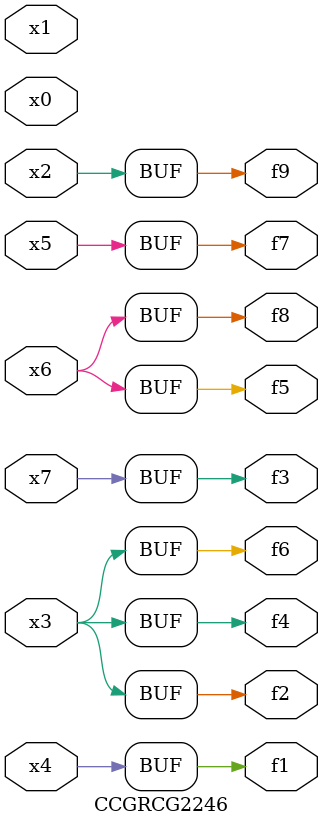
<source format=v>
module CCGRCG2246(
	input x0, x1, x2, x3, x4, x5, x6, x7,
	output f1, f2, f3, f4, f5, f6, f7, f8, f9
);
	assign f1 = x4;
	assign f2 = x3;
	assign f3 = x7;
	assign f4 = x3;
	assign f5 = x6;
	assign f6 = x3;
	assign f7 = x5;
	assign f8 = x6;
	assign f9 = x2;
endmodule

</source>
